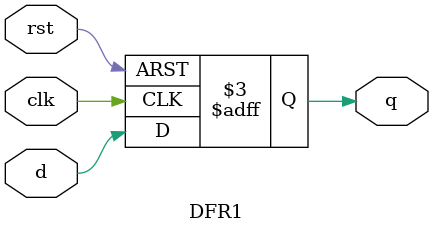
<source format=v>
module DFSR1(clk, st, rst, d, q);
    input clk, st, rst, d;
    output q;
    reg q;

    always @ (posedge clk or negedge rst or negedge st) begin
        // rst이나 st이 0으로 떨어졌을때 초기화
        if (rst == 1'b0) q <= 1'b0;
        else if (st == 1'b0) q <= 1'b1;
        else q <= d; // 클럭 positive edge에서는 D를 Q로
    end
endmodule

// 리셋만 존재하는 D-플립플롭
module DFR1(clk, rst, d, q);
    input clk, rst, d;
    output q;
    reg q;

    always @ (posedge clk or negedge rst) begin
        if (rst == 1'b0) q <= 1'b0;
        else q <= d;
    end
endmodule
</source>
